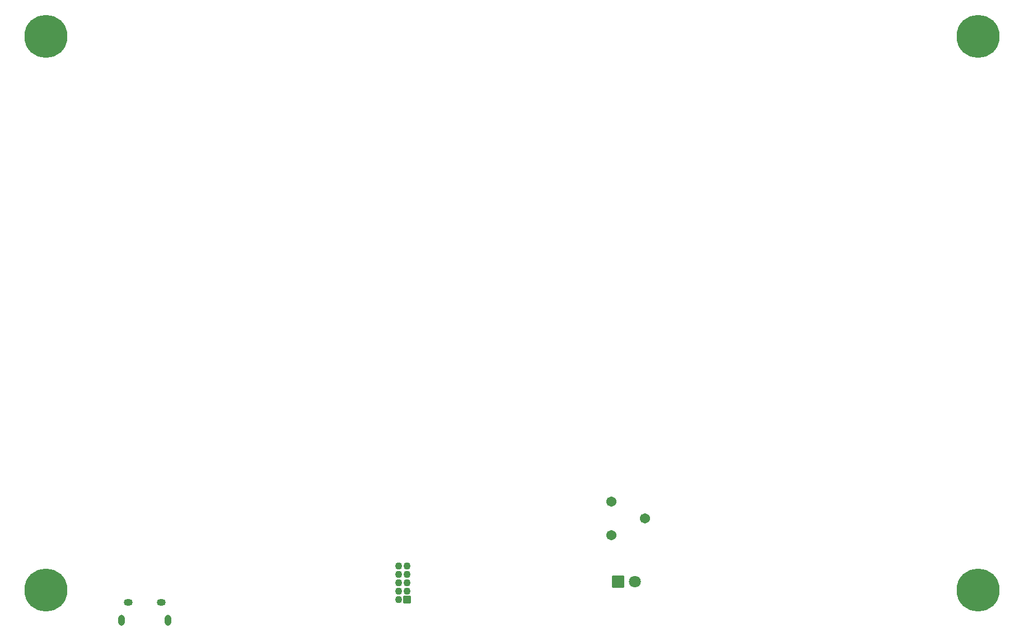
<source format=gbs>
%TF.GenerationSoftware,KiCad,Pcbnew,9.0.6*%
%TF.CreationDate,2026-01-07T08:25:33+00:00*%
%TF.ProjectId,spekky_matrix,7370656b-6b79-45f6-9d61-747269782e6b,v04*%
%TF.SameCoordinates,Original*%
%TF.FileFunction,Soldermask,Bot*%
%TF.FilePolarity,Negative*%
%FSLAX46Y46*%
G04 Gerber Fmt 4.6, Leading zero omitted, Abs format (unit mm)*
G04 Created by KiCad (PCBNEW 9.0.6) date 2026-01-07 08:25:33*
%MOMM*%
%LPD*%
G01*
G04 APERTURE LIST*
G04 Aperture macros list*
%AMRoundRect*
0 Rectangle with rounded corners*
0 $1 Rounding radius*
0 $2 $3 $4 $5 $6 $7 $8 $9 X,Y pos of 4 corners*
0 Add a 4 corners polygon primitive as box body*
4,1,4,$2,$3,$4,$5,$6,$7,$8,$9,$2,$3,0*
0 Add four circle primitives for the rounded corners*
1,1,$1+$1,$2,$3*
1,1,$1+$1,$4,$5*
1,1,$1+$1,$6,$7*
1,1,$1+$1,$8,$9*
0 Add four rect primitives between the rounded corners*
20,1,$1+$1,$2,$3,$4,$5,0*
20,1,$1+$1,$4,$5,$6,$7,0*
20,1,$1+$1,$6,$7,$8,$9,0*
20,1,$1+$1,$8,$9,$2,$3,0*%
G04 Aperture macros list end*
%ADD10C,1.541600*%
%ADD11C,6.501600*%
%ADD12RoundRect,0.050800X0.850000X-0.850000X0.850000X0.850000X-0.850000X0.850000X-0.850000X-0.850000X0*%
%ADD13C,1.801600*%
%ADD14O,0.991600X1.651600*%
%ADD15O,1.351600X1.051600*%
%ADD16RoundRect,0.050800X0.500000X0.500000X-0.500000X0.500000X-0.500000X-0.500000X0.500000X-0.500000X0*%
%ADD17C,1.101600*%
G04 APERTURE END LIST*
D10*
%TO.C,RV1*%
X146500000Y-118450000D03*
X151580000Y-115910000D03*
X146500000Y-113370000D03*
%TD*%
D11*
%TO.C,H1*%
X61000000Y-43000000D03*
%TD*%
%TO.C,H2*%
X202000000Y-43000000D03*
%TD*%
%TO.C,H4*%
X61000000Y-126750000D03*
%TD*%
D12*
%TO.C,JP1*%
X147500000Y-125500000D03*
D13*
X150040000Y-125500000D03*
%TD*%
D11*
%TO.C,H3*%
X202000000Y-126750000D03*
%TD*%
D14*
%TO.C,J1*%
X72470000Y-131300000D03*
D15*
X73470000Y-128600000D03*
X78470000Y-128600000D03*
D14*
X79470000Y-131300000D03*
%TD*%
D16*
%TO.C,J2*%
X115600000Y-128150000D03*
D17*
X114330000Y-128150000D03*
X115600000Y-126880000D03*
X114330000Y-126880000D03*
X115600000Y-125610000D03*
X114330000Y-125610000D03*
X115600000Y-124340000D03*
X114330000Y-124340000D03*
X115600000Y-123070000D03*
X114330000Y-123070000D03*
%TD*%
M02*

</source>
